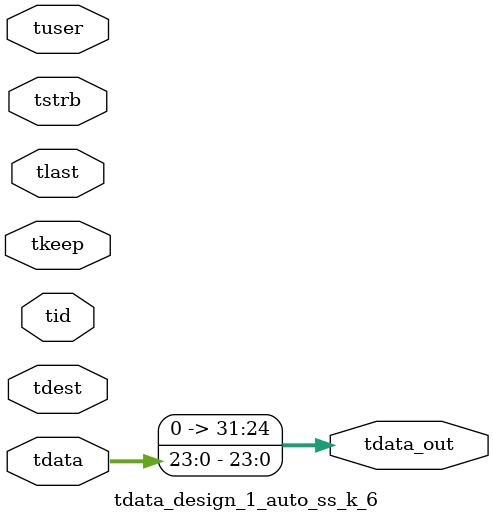
<source format=v>


`timescale 1ps/1ps

module tdata_design_1_auto_ss_k_6 #
(
parameter C_S_AXIS_TDATA_WIDTH = 32,
parameter C_S_AXIS_TUSER_WIDTH = 0,
parameter C_S_AXIS_TID_WIDTH   = 0,
parameter C_S_AXIS_TDEST_WIDTH = 0,
parameter C_M_AXIS_TDATA_WIDTH = 32
)
(
input  [(C_S_AXIS_TDATA_WIDTH == 0 ? 1 : C_S_AXIS_TDATA_WIDTH)-1:0     ] tdata,
input  [(C_S_AXIS_TUSER_WIDTH == 0 ? 1 : C_S_AXIS_TUSER_WIDTH)-1:0     ] tuser,
input  [(C_S_AXIS_TID_WIDTH   == 0 ? 1 : C_S_AXIS_TID_WIDTH)-1:0       ] tid,
input  [(C_S_AXIS_TDEST_WIDTH == 0 ? 1 : C_S_AXIS_TDEST_WIDTH)-1:0     ] tdest,
input  [(C_S_AXIS_TDATA_WIDTH/8)-1:0 ] tkeep,
input  [(C_S_AXIS_TDATA_WIDTH/8)-1:0 ] tstrb,
input                                                                    tlast,
output [C_M_AXIS_TDATA_WIDTH-1:0] tdata_out
);

assign tdata_out = {tdata[23:0]};

endmodule


</source>
